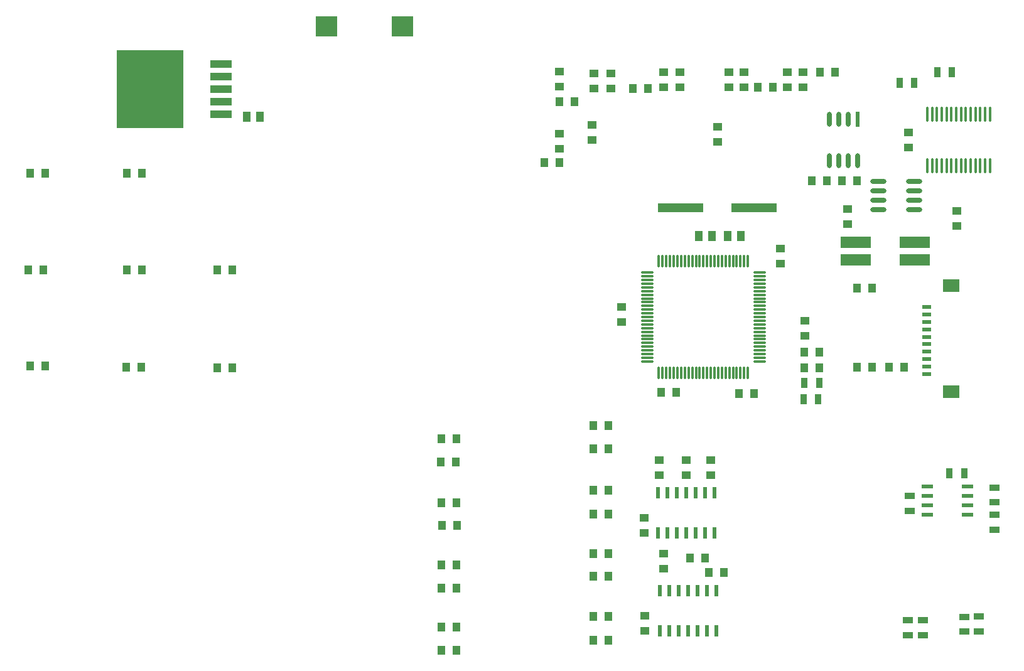
<source format=gtp>
%FSLAX43Y43*%
%MOMM*%
G71*
G01*
G75*
G04 Layer_Color=8421504*
%ADD10R,0.600X1.550*%
%ADD11R,1.016X1.270*%
%ADD12O,0.610X2.032*%
%ADD13R,0.610X2.032*%
%ADD14R,4.100X1.520*%
%ADD15R,1.300X0.600*%
%ADD16R,2.200X1.800*%
%ADD17R,1.270X1.016*%
%ADD18O,2.200X0.600*%
%ADD19R,6.096X1.200*%
%ADD20R,1.050X1.400*%
%ADD21O,0.300X1.800*%
%ADD22O,1.800X0.300*%
%ADD23R,0.950X1.400*%
%ADD24R,1.400X0.950*%
%ADD25R,1.550X0.600*%
%ADD26O,0.350X2.100*%
%ADD27R,3.000X2.800*%
%ADD28R,9.000X10.600*%
%ADD29R,2.950X1.050*%
%ADD30C,1.000*%
%ADD31C,0.500*%
%ADD32C,0.300*%
%ADD33C,2.000*%
%ADD34C,0.400*%
%ADD35C,3.000*%
%ADD36C,0.254*%
%ADD37C,0.127*%
%ADD38C,1.900*%
%ADD39C,2.100*%
%ADD40R,1.524X1.524*%
%ADD41C,2.032*%
%ADD42C,1.700*%
%ADD43R,1.500X1.500*%
%ADD44C,1.500*%
%ADD45C,1.500*%
%ADD46R,1.600X1.600*%
%ADD47C,1.600*%
%ADD48R,1.500X1.500*%
%ADD49C,1.524*%
%ADD50C,2.200*%
%ADD51R,1.500X1.500*%
%ADD52C,2.000*%
%ADD53R,2.000X2.000*%
%ADD54C,2.300*%
G04:AMPARAMS|DCode=55|XSize=1.778mm|YSize=2.54mm|CornerRadius=0.445mm|HoleSize=0mm|Usage=FLASHONLY|Rotation=180.000|XOffset=0mm|YOffset=0mm|HoleType=Round|Shape=RoundedRectangle|*
%AMROUNDEDRECTD55*
21,1,1.778,1.651,0,0,180.0*
21,1,0.889,2.540,0,0,180.0*
1,1,0.889,-0.445,0.826*
1,1,0.889,0.445,0.826*
1,1,0.889,0.445,-0.826*
1,1,0.889,-0.445,-0.826*
%
%ADD55ROUNDEDRECTD55*%
%ADD56C,1.000*%
%ADD57C,1.270*%
%ADD58C,0.250*%
%ADD59C,0.200*%
%ADD60C,0.203*%
%ADD61C,0.178*%
%ADD62C,0.600*%
%ADD63C,0.152*%
%ADD64C,0.150*%
%ADD65R,0.965X2.134*%
G36*
X25855Y82931D02*
X24495D01*
Y84331D01*
X25855D01*
Y82931D01*
D02*
G37*
G36*
X23775D02*
X22415D01*
Y84331D01*
X23775D01*
Y82931D01*
D02*
G37*
G36*
X27935D02*
X26575D01*
Y84331D01*
X27935D01*
Y82931D01*
D02*
G37*
G36*
X23775Y84931D02*
X22415D01*
Y86331D01*
X23775D01*
Y84931D01*
D02*
G37*
G36*
X21695D02*
X20335D01*
Y86331D01*
X21695D01*
Y84931D01*
D02*
G37*
G36*
X23775Y80931D02*
X22415D01*
Y82331D01*
X23775D01*
Y80931D01*
D02*
G37*
G36*
X21695D02*
X20335D01*
Y82331D01*
X21695D01*
Y80931D01*
D02*
G37*
G36*
X25855D02*
X24495D01*
Y82331D01*
X25855D01*
Y80931D01*
D02*
G37*
G36*
X21695Y82931D02*
X20335D01*
Y84331D01*
X21695D01*
Y82931D01*
D02*
G37*
G36*
X27935Y80931D02*
X26575D01*
Y82331D01*
X27935D01*
Y80931D01*
D02*
G37*
G36*
X21695Y88931D02*
X20335D01*
Y90331D01*
X21695D01*
Y88931D01*
D02*
G37*
G36*
X27935Y86931D02*
X26575D01*
Y88331D01*
X27935D01*
Y86931D01*
D02*
G37*
G36*
X23775Y88931D02*
X22415D01*
Y90331D01*
X23775D01*
Y88931D01*
D02*
G37*
G36*
X27935D02*
X26575D01*
Y90331D01*
X27935D01*
Y88931D01*
D02*
G37*
G36*
X25855D02*
X24495D01*
Y90331D01*
X25855D01*
Y88931D01*
D02*
G37*
G36*
X27935Y84931D02*
X26575D01*
Y86331D01*
X27935D01*
Y84931D01*
D02*
G37*
G36*
X25855D02*
X24495D01*
Y86331D01*
X25855D01*
Y84931D01*
D02*
G37*
G36*
X21695Y86931D02*
X20335D01*
Y88331D01*
X21695D01*
Y86931D01*
D02*
G37*
G36*
X25855D02*
X24495D01*
Y88331D01*
X25855D01*
Y86931D01*
D02*
G37*
G36*
X23775D02*
X22415D01*
Y88331D01*
X23775D01*
Y86931D01*
D02*
G37*
D10*
X100283Y31181D02*
D03*
X99013D02*
D03*
X97743D02*
D03*
X96473D02*
D03*
X95203D02*
D03*
X93933D02*
D03*
X92663D02*
D03*
X100283Y25781D02*
D03*
X99013D02*
D03*
X97743D02*
D03*
X96473D02*
D03*
X95203D02*
D03*
X93933D02*
D03*
X92663D02*
D03*
X100537Y17973D02*
D03*
X99267D02*
D03*
X97997D02*
D03*
X96727D02*
D03*
X95457D02*
D03*
X94187D02*
D03*
X92917D02*
D03*
X100537Y12573D02*
D03*
X99267D02*
D03*
X97997D02*
D03*
X96727D02*
D03*
X95457D02*
D03*
X94187D02*
D03*
X92917D02*
D03*
D11*
X116539Y87917D02*
D03*
X114507D02*
D03*
X115396Y73312D02*
D03*
X113364D02*
D03*
X117428D02*
D03*
X119460D02*
D03*
X95076Y44737D02*
D03*
X93044D02*
D03*
X121492Y48166D02*
D03*
X119460D02*
D03*
X123778D02*
D03*
X125810D02*
D03*
X103585Y44610D02*
D03*
X105617D02*
D03*
X83900Y14511D02*
D03*
X85932D02*
D03*
X83900Y31529D02*
D03*
X85932D02*
D03*
X101553Y20480D02*
D03*
X99521D02*
D03*
X83900Y11336D02*
D03*
X85932D02*
D03*
X83900Y28354D02*
D03*
X85932D02*
D03*
X83900Y23020D02*
D03*
X85932D02*
D03*
X83900Y40292D02*
D03*
X85932D02*
D03*
X99013Y22385D02*
D03*
X96981D02*
D03*
X83900Y19972D02*
D03*
X85932D02*
D03*
X83900Y37117D02*
D03*
X85932D02*
D03*
X63453Y29878D02*
D03*
X65485D02*
D03*
X63500Y26797D02*
D03*
X65532D02*
D03*
X63453Y38514D02*
D03*
X65485D02*
D03*
X63373Y35306D02*
D03*
X65405D02*
D03*
X63453Y13114D02*
D03*
X65485D02*
D03*
X63453Y9939D02*
D03*
X65485D02*
D03*
X63453Y21496D02*
D03*
X65485D02*
D03*
X63453Y18321D02*
D03*
X65485D02*
D03*
X33227Y48039D02*
D03*
X35259D02*
D03*
X33227Y61247D02*
D03*
X35259D02*
D03*
X21035Y74328D02*
D03*
X23067D02*
D03*
X21035Y61247D02*
D03*
X23067D02*
D03*
X20908Y48166D02*
D03*
X22940D02*
D03*
X7954Y74328D02*
D03*
X9986D02*
D03*
X7954Y48293D02*
D03*
X9986D02*
D03*
X7700Y61247D02*
D03*
X9732D02*
D03*
X79328Y75725D02*
D03*
X77296D02*
D03*
X79328Y83980D02*
D03*
X81360D02*
D03*
X108157Y85885D02*
D03*
X106125D02*
D03*
X91266Y85758D02*
D03*
X89234D02*
D03*
X119460Y58834D02*
D03*
X121492D02*
D03*
X112348Y50198D02*
D03*
X114380D02*
D03*
X112348Y48039D02*
D03*
X114380D02*
D03*
D12*
X115777Y75979D02*
D03*
Y81567D02*
D03*
X118317Y75979D02*
D03*
X119587D02*
D03*
X118317Y81567D02*
D03*
X117047D02*
D03*
Y75979D02*
D03*
D13*
X119587Y81567D02*
D03*
D14*
X127270Y62627D02*
D03*
Y64947D02*
D03*
X119270D02*
D03*
Y62627D02*
D03*
D15*
X128884Y56226D02*
D03*
Y55226D02*
D03*
Y54226D02*
D03*
Y53226D02*
D03*
Y52226D02*
D03*
Y51226D02*
D03*
Y50226D02*
D03*
Y49226D02*
D03*
Y48226D02*
D03*
Y47226D02*
D03*
D16*
X132134Y59126D02*
D03*
Y44826D02*
D03*
D17*
X87710Y54262D02*
D03*
Y56294D02*
D03*
X112475Y54389D02*
D03*
Y52357D02*
D03*
X109173Y64168D02*
D03*
Y62136D02*
D03*
X118190Y69502D02*
D03*
Y67470D02*
D03*
X132922Y67216D02*
D03*
Y69248D02*
D03*
X93425Y23020D02*
D03*
Y20988D02*
D03*
X90885Y14638D02*
D03*
Y12606D02*
D03*
X90758Y27846D02*
D03*
Y25814D02*
D03*
X92790Y35593D02*
D03*
Y33561D02*
D03*
X99775Y35593D02*
D03*
Y33561D02*
D03*
X96473Y35593D02*
D03*
Y33561D02*
D03*
X79328Y77630D02*
D03*
Y79662D02*
D03*
Y86012D02*
D03*
Y88044D02*
D03*
X100664Y78519D02*
D03*
Y80551D02*
D03*
X104220Y85885D02*
D03*
Y87917D02*
D03*
X110062Y85885D02*
D03*
Y87917D02*
D03*
X112221D02*
D03*
Y85885D02*
D03*
X102188D02*
D03*
Y87917D02*
D03*
X83773Y78773D02*
D03*
Y80805D02*
D03*
X95584Y87917D02*
D03*
Y85885D02*
D03*
X93425D02*
D03*
Y87917D02*
D03*
X86313Y85758D02*
D03*
Y87790D02*
D03*
X84027Y85758D02*
D03*
Y87790D02*
D03*
X126445Y79789D02*
D03*
Y77757D02*
D03*
D18*
X122394Y73185D02*
D03*
Y71915D02*
D03*
Y70645D02*
D03*
Y69375D02*
D03*
X127194Y73185D02*
D03*
Y71915D02*
D03*
Y70645D02*
D03*
Y69375D02*
D03*
D19*
X105617Y69629D02*
D03*
X95711D02*
D03*
D20*
X99913Y65819D02*
D03*
X98113D02*
D03*
X102050D02*
D03*
X103850D02*
D03*
X37153Y81948D02*
D03*
X38953D02*
D03*
D21*
X104759Y47347D02*
D03*
X104259D02*
D03*
X103759D02*
D03*
X103259D02*
D03*
X102759D02*
D03*
X102259D02*
D03*
X101759D02*
D03*
X101259D02*
D03*
X100759D02*
D03*
X100259D02*
D03*
X99759D02*
D03*
X99259D02*
D03*
X98759D02*
D03*
X98259D02*
D03*
X97759D02*
D03*
X97259D02*
D03*
X96759D02*
D03*
X96259D02*
D03*
X95759D02*
D03*
X95259D02*
D03*
X94759D02*
D03*
X94259D02*
D03*
X93759D02*
D03*
X93259D02*
D03*
X92759D02*
D03*
Y62447D02*
D03*
X93259D02*
D03*
X93759D02*
D03*
X94259D02*
D03*
X94759D02*
D03*
X95259D02*
D03*
X95759D02*
D03*
X96259D02*
D03*
X96759D02*
D03*
X97259D02*
D03*
X97759D02*
D03*
X98259D02*
D03*
X98759D02*
D03*
X99259D02*
D03*
X99759D02*
D03*
X100259D02*
D03*
X100759D02*
D03*
X101259D02*
D03*
X101759D02*
D03*
X102259D02*
D03*
X102759D02*
D03*
X103259D02*
D03*
X103759D02*
D03*
X104259D02*
D03*
X104759D02*
D03*
D22*
X91209Y48897D02*
D03*
Y49397D02*
D03*
Y49897D02*
D03*
Y50397D02*
D03*
Y50897D02*
D03*
Y51397D02*
D03*
Y51897D02*
D03*
Y52397D02*
D03*
Y52897D02*
D03*
Y53397D02*
D03*
Y53897D02*
D03*
Y54397D02*
D03*
Y54897D02*
D03*
Y55397D02*
D03*
Y55897D02*
D03*
Y56397D02*
D03*
Y56897D02*
D03*
Y57397D02*
D03*
Y57897D02*
D03*
Y58397D02*
D03*
Y58897D02*
D03*
Y59397D02*
D03*
Y59897D02*
D03*
Y60397D02*
D03*
Y60897D02*
D03*
X106309D02*
D03*
Y60397D02*
D03*
Y59897D02*
D03*
Y59397D02*
D03*
Y58897D02*
D03*
Y58397D02*
D03*
Y57897D02*
D03*
Y57397D02*
D03*
Y56897D02*
D03*
Y56397D02*
D03*
Y55897D02*
D03*
Y55397D02*
D03*
Y54897D02*
D03*
Y54397D02*
D03*
Y53897D02*
D03*
Y53397D02*
D03*
Y52897D02*
D03*
Y52397D02*
D03*
Y51897D02*
D03*
Y51397D02*
D03*
Y50897D02*
D03*
Y50397D02*
D03*
Y49897D02*
D03*
Y49397D02*
D03*
Y48897D02*
D03*
D23*
X131922Y33815D02*
D03*
X133922D02*
D03*
X112237Y43848D02*
D03*
X114237D02*
D03*
X112364Y46007D02*
D03*
X114364D02*
D03*
X130271Y87917D02*
D03*
X132271D02*
D03*
X125191Y86520D02*
D03*
X127191D02*
D03*
D24*
X126572Y28751D02*
D03*
Y30751D02*
D03*
X138002Y29894D02*
D03*
Y31894D02*
D03*
Y26211D02*
D03*
Y28211D02*
D03*
X133985Y12462D02*
D03*
Y14462D02*
D03*
X135890Y14478D02*
D03*
Y12478D02*
D03*
X128350Y11987D02*
D03*
Y13987D02*
D03*
X126318D02*
D03*
Y11987D02*
D03*
D25*
X134352Y28227D02*
D03*
Y29497D02*
D03*
Y30767D02*
D03*
Y32037D02*
D03*
X128952Y28227D02*
D03*
Y29497D02*
D03*
Y30767D02*
D03*
Y32037D02*
D03*
D26*
X137401Y82223D02*
D03*
X136751D02*
D03*
X136101D02*
D03*
X135451D02*
D03*
X134801D02*
D03*
X134151D02*
D03*
X133501D02*
D03*
X132851D02*
D03*
X132201D02*
D03*
X131551D02*
D03*
X130901D02*
D03*
X130251D02*
D03*
X129601D02*
D03*
X128951D02*
D03*
X137401Y75323D02*
D03*
X136751D02*
D03*
X136101D02*
D03*
X135451D02*
D03*
X134801D02*
D03*
X134151D02*
D03*
X133501D02*
D03*
X132851D02*
D03*
X132201D02*
D03*
X131551D02*
D03*
X130901D02*
D03*
X130251D02*
D03*
X129601D02*
D03*
X128951D02*
D03*
D27*
X58189Y94140D02*
D03*
X47889D02*
D03*
D28*
X24135Y85631D02*
D03*
D29*
X33685Y89031D02*
D03*
Y87331D02*
D03*
Y85631D02*
D03*
Y83931D02*
D03*
Y82231D02*
D03*
M02*

</source>
